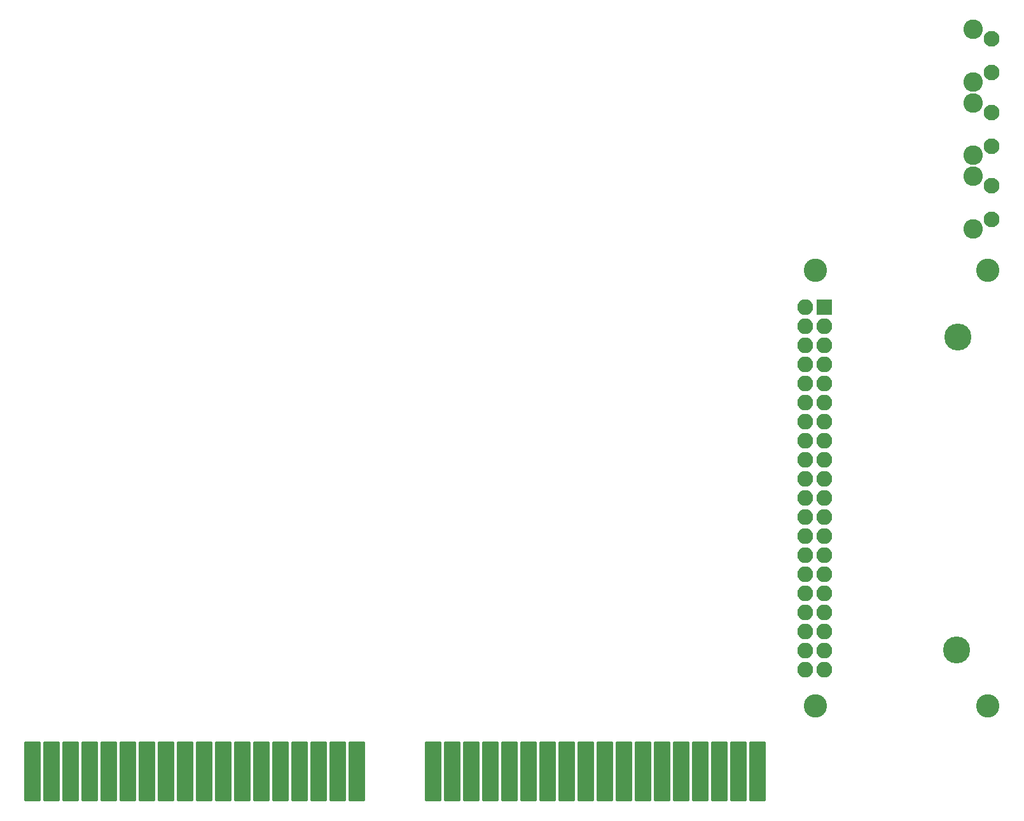
<source format=gbr>
G04 #@! TF.GenerationSoftware,KiCad,Pcbnew,6.99.0-dde629330d~145~ubuntu21.04.1*
G04 #@! TF.CreationDate,2022-01-09T07:55:56+00:00*
G04 #@! TF.ProjectId,videoslotadapter,76696465-6f73-46c6-9f74-616461707465,rev?*
G04 #@! TF.SameCoordinates,Original*
G04 #@! TF.FileFunction,Soldermask,Bot*
G04 #@! TF.FilePolarity,Negative*
%FSLAX46Y46*%
G04 Gerber Fmt 4.6, Leading zero omitted, Abs format (unit mm)*
G04 Created by KiCad (PCBNEW 6.99.0-dde629330d~145~ubuntu21.04.1) date 2022-01-09 07:55:56*
%MOMM*%
%LPD*%
G01*
G04 APERTURE LIST*
G04 Aperture macros list*
%AMRoundRect*
0 Rectangle with rounded corners*
0 $1 Rounding radius*
0 $2 $3 $4 $5 $6 $7 $8 $9 X,Y pos of 4 corners*
0 Add a 4 corners polygon primitive as box body*
4,1,4,$2,$3,$4,$5,$6,$7,$8,$9,$2,$3,0*
0 Add four circle primitives for the rounded corners*
1,1,$1+$1,$2,$3*
1,1,$1+$1,$4,$5*
1,1,$1+$1,$6,$7*
1,1,$1+$1,$8,$9*
0 Add four rect primitives between the rounded corners*
20,1,$1+$1,$2,$3,$4,$5,0*
20,1,$1+$1,$4,$5,$6,$7,0*
20,1,$1+$1,$6,$7,$8,$9,0*
20,1,$1+$1,$8,$9,$2,$3,0*%
G04 Aperture macros list end*
%ADD10RoundRect,0.200000X-0.890000X-3.810000X0.890000X-3.810000X0.890000X3.810000X-0.890000X3.810000X0*%
%ADD11C,3.600000*%
%ADD12RoundRect,0.200000X-0.850000X-0.850000X0.850000X-0.850000X0.850000X0.850000X-0.850000X0.850000X0*%
%ADD13O,2.100000X2.100000*%
%ADD14C,3.100000*%
%ADD15C,2.600000*%
%ADD16C,2.100000*%
G04 APERTURE END LIST*
D10*
X209554000Y-112272000D03*
X207014000Y-112272000D03*
X204474000Y-112272000D03*
X201934000Y-112272000D03*
X199394000Y-112272000D03*
X196854000Y-112272000D03*
X194314000Y-112272000D03*
X191774000Y-112272000D03*
X189234000Y-112272000D03*
X186694000Y-112272000D03*
X184154000Y-112272000D03*
X181614000Y-112272000D03*
X179074000Y-112272000D03*
X176534000Y-112272000D03*
X173994000Y-112272000D03*
X171454000Y-112272000D03*
X168914000Y-112272000D03*
X166374000Y-112272000D03*
X156214000Y-112272000D03*
X153674000Y-112272000D03*
X151134000Y-112272000D03*
X148594000Y-112272000D03*
X146054000Y-112272000D03*
X143514000Y-112272000D03*
X140974000Y-112272000D03*
X138434000Y-112272000D03*
X135894000Y-112272000D03*
X133354000Y-112272000D03*
X130814000Y-112272000D03*
X128274000Y-112272000D03*
X125734000Y-112272000D03*
X123194000Y-112272000D03*
X120654000Y-112272000D03*
X118114000Y-112272000D03*
X115574000Y-112272000D03*
X113034000Y-112272000D03*
D11*
X236200000Y-54450000D03*
X236050000Y-96100000D03*
D12*
X218450000Y-50500000D03*
D13*
X215910000Y-50500000D03*
X218450000Y-53040000D03*
X215910000Y-53040000D03*
X218450000Y-55580000D03*
X215910000Y-55580000D03*
X218450000Y-58120000D03*
X215910000Y-58120000D03*
X218450000Y-60660000D03*
X215910000Y-60660000D03*
X218450000Y-63200000D03*
X215910000Y-63200000D03*
X218450000Y-65740000D03*
X215910000Y-65740000D03*
X218450000Y-68280000D03*
X215910000Y-68280000D03*
X218450000Y-70820000D03*
X215910000Y-70820000D03*
X218450000Y-73360000D03*
X215910000Y-73360000D03*
X218450000Y-75900000D03*
X215910000Y-75900000D03*
X218450000Y-78440000D03*
X215910000Y-78440000D03*
X218450000Y-80980000D03*
X215910000Y-80980000D03*
X218450000Y-83520000D03*
X215910000Y-83520000D03*
X218450000Y-86060000D03*
X215910000Y-86060000D03*
X218450000Y-88600000D03*
X215910000Y-88600000D03*
X218450000Y-91140000D03*
X215910000Y-91140000D03*
X218450000Y-93680000D03*
X215910000Y-93680000D03*
X218450000Y-96220000D03*
X215910000Y-96220000D03*
X218450000Y-98760000D03*
X215910000Y-98760000D03*
D14*
X217200000Y-103600000D03*
X217200000Y-45600000D03*
X240200000Y-45600000D03*
X240200000Y-103600000D03*
D15*
X238225000Y-23275000D03*
X238225000Y-30275000D03*
D16*
X240725000Y-24525000D03*
X240725000Y-29025000D03*
D15*
X238225000Y-20475000D03*
X238225000Y-13475000D03*
D16*
X240725000Y-14725000D03*
X240725000Y-19225000D03*
D15*
X238225000Y-40050000D03*
X238225000Y-33050000D03*
D16*
X240725000Y-34300000D03*
X240725000Y-38800000D03*
M02*

</source>
